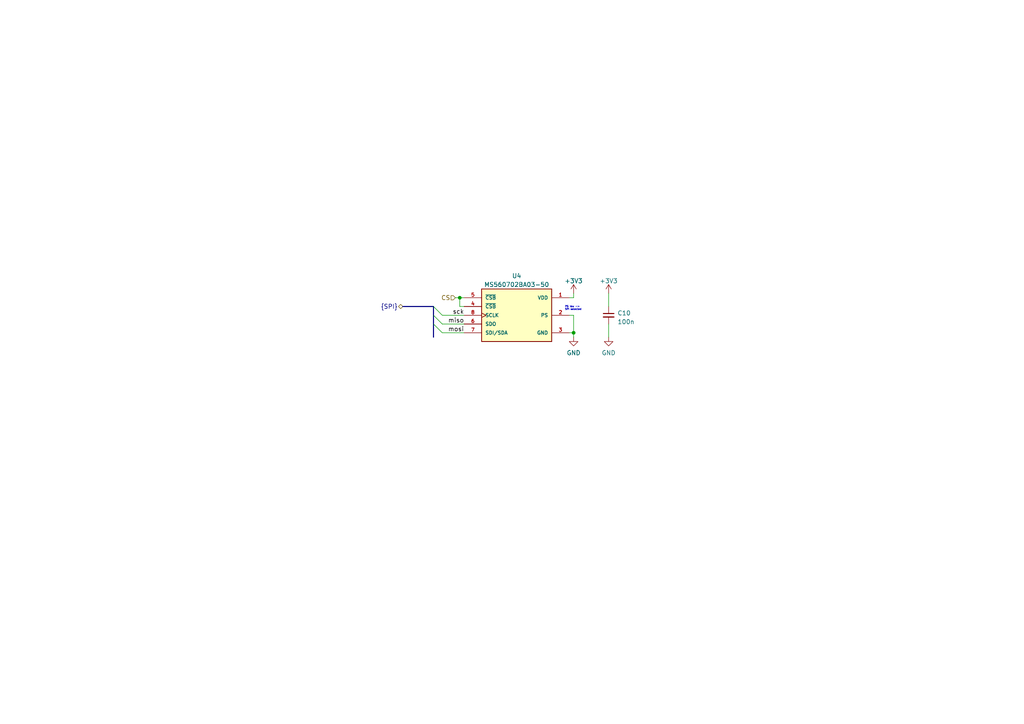
<source format=kicad_sch>
(kicad_sch (version 20231120) (generator "eeschema") (generator_version "8.0")
  (paper "A4")
  (title_block (title "TeleSTERN Rocketry Flight Computer") (date "2023-03-30") (rev "2.2") (company "Space Team Aachen - STAR Dresden - Hochschule Bremen") (comment 1 "Based on Telemega 5.0 by Altusmetrum") (comment 2 "TAPR Open Hardware License"))
  (lib_symbols
    (symbol "Device:C_Small" (pin_numbers hide) (pin_names (offset 0.254) hide)
      (property "Reference" "C" (at 0.254 1.778 0))
      (property "Value" "C_Small" (at 0.254 -2.032 0))
      (symbol "C_Small_0_1"
        (polyline (pts (xy -1.524 -0.508) (xy 1.524 -0.508)) (stroke (width 0.3302)))
        (polyline (pts (xy -1.524 0.508) (xy 1.524 0.508)) (stroke (width 0.3048)))
      )
      (symbol "C_Small_1_1"
        (pin passive line (at 0 2.54 270) (length 2.032) (name "~") (number "1"))
        (pin passive line (at 0 -2.54 90) (length 2.032) (name "~") (number "2"))
      )
    )
    (symbol "lib-telestern:MS560702BA03-50" (pin_names (offset 1.016))
      (property "Reference" "U" (at -10.16 8.89 0))
      (property "Value" "MS560702BA03-50" (at -10.1682 -10.1682 0))
      (symbol "MS560702BA03-50_0_0"
        (rectangle (start -10.16 8.89) (end 10.16 -6.35) (stroke (width 0.254)) (fill (type background)))
        (pin power_in line (at 15.24 6.35 180) (length 5.08) (name "VDD") (number "1"))
        (pin input line (at 15.24 1.27 180) (length 5.08) (name "PS") (number "2"))
        (pin power_in line (at 15.24 -3.81 180) (length 5.08) (name "GND") (number "3"))
        (pin input line (at -15.24 3.81 0) (length 5.08) (name "~{CSB}") (number "4"))
        (pin input line (at -15.24 6.35 0) (length 5.08) (name "~{CSB}") (number "5"))
        (pin output line (at -15.24 -1.27 0) (length 5.08) (name "SDO") (number "6"))
        (pin bidirectional line (at -15.24 -3.81 0) (length 5.08) (name "SDI/SDA") (number "7"))
        (pin input clock (at -15.24 1.27 0) (length 5.08) (name "SCLK") (number "8"))
      )
    )
    (symbol "power:+3.3V" (power) (pin_names (offset 0))
      (property "Value" "+3.3V" (at 0 3.556 0))
      (symbol "+3.3V_0_1"
        (polyline (pts (xy -0.762 1.27) (xy 0 2.54)))
        (polyline (pts (xy 0 0) (xy 0 2.54)))
        (polyline (pts (xy 0 2.54) (xy 0.762 1.27)))
      )
      (symbol "+3.3V_1_1"
        (pin power_in line (at 0 0 90) (length 0) hide (name "+3V3") (number "1"))
      )
    )
    (symbol "power:GND" (power) (pin_names (offset 0))
      (property "Value" "GND" (at 0 -3.81 0))
      (symbol "GND_0_1"
        (polyline (pts (xy 0 0) (xy 0 -1.27) (xy 1.27 -1.27) (xy 0 -2.54) (xy -1.27 -1.27) (xy 0 -1.27)))
      )
      (symbol "GND_1_1"
        (pin power_in line (at 0 0 270) (length 0) hide (name "GND") (number "1"))
      )
    )
  )
  (junction (at 133.35 86.36))
  (junction (at 166.37 96.52))
  (bus_entry (at 125.73 93.98) (size 2.54 2.54))
  (bus_entry (at 125.73 88.9) (size 2.54 2.54))
  (bus_entry (at 125.73 91.44) (size 2.54 2.54))
  (wire (pts (xy 133.35 88.9) (xy 133.35 86.36)))
  (wire (pts (xy 166.37 96.52) (xy 166.37 97.79)))
  (wire (pts (xy 176.53 85.09) (xy 176.53 88.9)))
  (bus (pts (xy 125.73 91.44) (xy 125.73 93.98)))
  (wire (pts (xy 128.27 96.52) (xy 134.62 96.52)))
  (wire (pts (xy 176.53 93.98) (xy 176.53 97.79)))
  (bus (pts (xy 125.73 88.9) (xy 125.73 91.44)))
  (bus (pts (xy 125.73 93.98) (xy 125.73 97.79)))
  (wire (pts (xy 128.27 93.98) (xy 134.62 93.98)))
  (wire (pts (xy 165.1 96.52) (xy 166.37 96.52)))
  (wire (pts (xy 166.37 86.36) (xy 166.37 85.09)))
  (wire (pts (xy 165.1 91.44) (xy 166.37 91.44)))
  (wire (pts (xy 128.27 91.44) (xy 134.62 91.44)))
  (wire (pts (xy 166.37 91.44) (xy 166.37 96.52)))
  (bus (pts (xy 116.84 88.9) (xy 125.73 88.9)))
  (wire (pts (xy 132.08 86.36) (xy 133.35 86.36)))
  (wire (pts (xy 134.62 88.9) (xy 133.35 88.9)))
  (wire (pts (xy 165.1 86.36) (xy 166.37 86.36)))
  (wire (pts (xy 133.35 86.36) (xy 134.62 86.36)))
  (text "PS low -> \nSPI selected" (at 163.83 90.17 0) (effects (font (size 0.5 0.5)) (justify left bottom)))
  (label "mosi" (at 134.62 96.52 180))
  (label "miso" (at 134.62 93.98 180))
  (label "sck" (at 134.62 91.44 180))
  (hierarchical_label "{SPI}" (shape bidirectional) (at 116.84 88.9 180))
  (hierarchical_label "CS" (shape input) (at 132.08 86.36 180))
  (symbol (lib_id "power:GND") (at 166.37 97.79 0) (unit 1)
    (property "Reference" "#PWR0181" (effects (hide yes)))
    (property "Value" "GND" (at 166.37 102.3525 0))
  )
  (symbol (lib_id "power:+3.3V") (at 176.53 85.09 0) (unit 1)
    (property "Reference" "#PWR0183" (effects (hide yes)))
    (property "Value" "+3V3" (at 176.53 81.4855 0))
  )
  (symbol (lib_id "power:GND") (at 176.53 97.79 0) (unit 1)
    (property "Reference" "#PWR0182" (effects (hide yes)))
    (property "Value" "GND" (at 176.53 102.3525 0))
  )
  (symbol (lib_id "Device:C_Small") (at 176.53 91.44 0) (unit 1)
    (property "Reference" "C10" (at 179.07 90.8113 0) (effects (justify left)))
    (property "Value" "100n" (at 179.07 93.3513 0) (effects (justify left)))
    (property "Footprint" "lib-telestern:C_0402_1005Metric" (effects (hide yes)))
    (property "MPN" "C1005X5R1E104K050BC" (effects (hide yes)))
    (property "note" "Checked" (effects (hide yes)))
  )
  (symbol (lib_id "power:+3.3V") (at 166.37 85.09 0) (unit 1)
    (property "Reference" "#PWR0184" (effects (hide yes)))
    (property "Value" "+3V3" (at 166.37 81.4855 0))
  )
  (symbol (lib_id "lib-telestern:MS560702BA03-50") (at 149.86 92.71 0) (unit 1)
    (property "Reference" "U4" (at 149.86 80.01 0))
    (property "Value" "MS560702BA03-50" (at 149.86 82.55 0))
    (property "Footprint" "lib-telestern:SON125P300X500X100-8N" (effects (hide yes)))
    (property "Datasheet" "https://www.snapeda.com/parts/MS560702BA03-50/TE%20Connectivity/datasheet/" (effects (hide yes)))
    (property "MPN" "MS560702BA03-50" (effects (hide yes)))
  )
)
</source>
